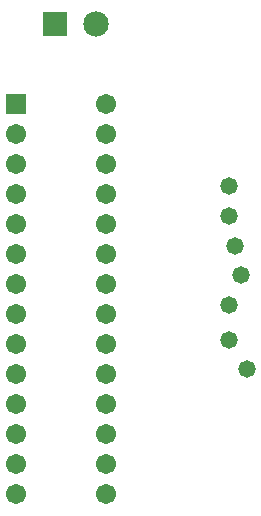
<source format=gbr>
%FSTAX23Y23*%
%MOIN*%
%SFA1B1*%

%IPPOS*%
%ADD20C,0.084772*%
%ADD21R,0.084772X0.084772*%
%ADD22C,0.067055*%
%ADD23R,0.067055X0.067055*%
%ADD24C,0.058000*%
%LNpcb2_soldermask_bot-1*%
%LPD*%
G54D20*
X03946Y03374D03*
G54D21*
X03809Y03374D03*
G54D22*
X0398Y0181D03*
Y0191D03*
Y0201D03*
Y0211D03*
Y0221D03*
Y0231D03*
Y0241D03*
Y0251D03*
Y0261D03*
Y0271D03*
Y0281D03*
Y0291D03*
Y0301D03*
Y0311D03*
X0368Y0181D03*
Y0191D03*
Y0201D03*
Y0211D03*
Y0221D03*
Y0231D03*
Y0241D03*
Y0251D03*
Y0261D03*
Y0271D03*
Y0281D03*
Y0291D03*
Y0301D03*
G54D23*
X0368Y0311D03*
G54D24*
X04389Y02834D03*
Y02736D03*
X04409Y02637D03*
X04429Y02539D03*
X04389Y0244D03*
Y02322D03*
X04448Y02224D03*
M02*
</source>
